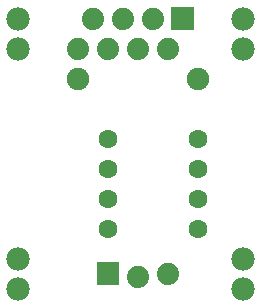
<source format=gtl>
G04 MADE WITH FRITZING*
G04 WWW.FRITZING.ORG*
G04 DOUBLE SIDED*
G04 HOLES PLATED*
G04 CONTOUR ON CENTER OF CONTOUR VECTOR*
%ASAXBY*%
%FSLAX23Y23*%
%MOIN*%
%OFA0B0*%
%SFA1.0B1.0*%
%ADD10C,0.078000*%
%ADD11C,0.074000*%
%ADD12C,0.063000*%
%ADD13C,0.075000*%
%ADD14R,0.001000X0.001000*%
%LNCOPPER1*%
G90*
G70*
G54D10*
X809Y188D03*
X809Y88D03*
X59Y188D03*
X59Y88D03*
X59Y988D03*
X59Y888D03*
X809Y988D03*
X809Y888D03*
G54D11*
X359Y138D03*
X459Y128D03*
X559Y138D03*
X359Y138D03*
X459Y128D03*
X559Y138D03*
X259Y888D03*
X309Y988D03*
X359Y888D03*
X459Y888D03*
X559Y888D03*
X409Y988D03*
X509Y988D03*
X609Y988D03*
X259Y888D03*
X309Y988D03*
X359Y888D03*
X459Y888D03*
X559Y888D03*
X409Y988D03*
X509Y988D03*
X609Y988D03*
G54D12*
X659Y288D03*
X659Y388D03*
X659Y488D03*
X659Y588D03*
X359Y588D03*
X359Y488D03*
X359Y388D03*
X359Y288D03*
X659Y288D03*
X659Y388D03*
X659Y488D03*
X659Y588D03*
X359Y588D03*
X359Y488D03*
X359Y388D03*
X359Y288D03*
G54D13*
X259Y788D03*
X659Y788D03*
G54D14*
X571Y1026D02*
X644Y1026D01*
X571Y1025D02*
X644Y1025D01*
X571Y1024D02*
X644Y1024D01*
X571Y1023D02*
X644Y1023D01*
X571Y1022D02*
X644Y1022D01*
X571Y1021D02*
X644Y1021D01*
X571Y1020D02*
X644Y1020D01*
X571Y1019D02*
X644Y1019D01*
X571Y1018D02*
X644Y1018D01*
X571Y1017D02*
X644Y1017D01*
X571Y1016D02*
X644Y1016D01*
X571Y1015D02*
X644Y1015D01*
X571Y1014D02*
X644Y1014D01*
X571Y1013D02*
X644Y1013D01*
X571Y1012D02*
X644Y1012D01*
X571Y1011D02*
X644Y1011D01*
X571Y1010D02*
X644Y1010D01*
X571Y1009D02*
X606Y1009D01*
X610Y1009D02*
X644Y1009D01*
X571Y1008D02*
X601Y1008D01*
X615Y1008D02*
X644Y1008D01*
X571Y1007D02*
X599Y1007D01*
X617Y1007D02*
X644Y1007D01*
X571Y1006D02*
X597Y1006D01*
X619Y1006D02*
X644Y1006D01*
X571Y1005D02*
X595Y1005D01*
X620Y1005D02*
X644Y1005D01*
X571Y1004D02*
X594Y1004D01*
X621Y1004D02*
X644Y1004D01*
X571Y1003D02*
X593Y1003D01*
X622Y1003D02*
X644Y1003D01*
X571Y1002D02*
X592Y1002D01*
X623Y1002D02*
X644Y1002D01*
X571Y1001D02*
X591Y1001D01*
X624Y1001D02*
X644Y1001D01*
X571Y1000D02*
X591Y1000D01*
X625Y1000D02*
X644Y1000D01*
X571Y999D02*
X590Y999D01*
X625Y999D02*
X644Y999D01*
X571Y998D02*
X590Y998D01*
X626Y998D02*
X644Y998D01*
X571Y997D02*
X589Y997D01*
X626Y997D02*
X644Y997D01*
X571Y996D02*
X589Y996D01*
X627Y996D02*
X644Y996D01*
X571Y995D02*
X589Y995D01*
X627Y995D02*
X644Y995D01*
X571Y994D02*
X588Y994D01*
X627Y994D02*
X644Y994D01*
X571Y993D02*
X588Y993D01*
X628Y993D02*
X644Y993D01*
X571Y992D02*
X588Y992D01*
X628Y992D02*
X644Y992D01*
X571Y991D02*
X588Y991D01*
X628Y991D02*
X644Y991D01*
X571Y990D02*
X588Y990D01*
X628Y990D02*
X644Y990D01*
X571Y989D02*
X588Y989D01*
X628Y989D02*
X644Y989D01*
X571Y988D02*
X588Y988D01*
X628Y988D02*
X644Y988D01*
X571Y987D02*
X588Y987D01*
X628Y987D02*
X644Y987D01*
X571Y986D02*
X588Y986D01*
X628Y986D02*
X644Y986D01*
X571Y985D02*
X588Y985D01*
X627Y985D02*
X644Y985D01*
X571Y984D02*
X588Y984D01*
X627Y984D02*
X644Y984D01*
X571Y983D02*
X589Y983D01*
X627Y983D02*
X644Y983D01*
X571Y982D02*
X589Y982D01*
X626Y982D02*
X644Y982D01*
X571Y981D02*
X590Y981D01*
X626Y981D02*
X644Y981D01*
X571Y980D02*
X590Y980D01*
X625Y980D02*
X644Y980D01*
X571Y979D02*
X591Y979D01*
X625Y979D02*
X644Y979D01*
X571Y978D02*
X591Y978D01*
X624Y978D02*
X644Y978D01*
X571Y977D02*
X592Y977D01*
X623Y977D02*
X644Y977D01*
X571Y976D02*
X593Y976D01*
X623Y976D02*
X644Y976D01*
X571Y975D02*
X594Y975D01*
X622Y975D02*
X644Y975D01*
X571Y974D02*
X595Y974D01*
X620Y974D02*
X644Y974D01*
X571Y973D02*
X597Y973D01*
X619Y973D02*
X644Y973D01*
X571Y972D02*
X598Y972D01*
X617Y972D02*
X644Y972D01*
X571Y971D02*
X601Y971D01*
X615Y971D02*
X644Y971D01*
X571Y970D02*
X605Y970D01*
X610Y970D02*
X644Y970D01*
X571Y969D02*
X644Y969D01*
X571Y968D02*
X644Y968D01*
X571Y967D02*
X644Y967D01*
X571Y966D02*
X644Y966D01*
X571Y965D02*
X644Y965D01*
X571Y964D02*
X644Y964D01*
X571Y963D02*
X644Y963D01*
X571Y962D02*
X644Y962D01*
X571Y961D02*
X644Y961D01*
X571Y960D02*
X644Y960D01*
X571Y959D02*
X644Y959D01*
X571Y958D02*
X644Y958D01*
X571Y957D02*
X644Y957D01*
X571Y956D02*
X644Y956D01*
X571Y955D02*
X644Y955D01*
X571Y954D02*
X644Y954D01*
X571Y953D02*
X644Y953D01*
X322Y176D02*
X394Y176D01*
X322Y175D02*
X394Y175D01*
X322Y174D02*
X394Y174D01*
X322Y173D02*
X394Y173D01*
X322Y172D02*
X394Y172D01*
X322Y171D02*
X394Y171D01*
X322Y170D02*
X394Y170D01*
X322Y169D02*
X394Y169D01*
X322Y168D02*
X394Y168D01*
X322Y167D02*
X394Y167D01*
X322Y166D02*
X394Y166D01*
X322Y165D02*
X394Y165D01*
X322Y164D02*
X394Y164D01*
X322Y163D02*
X394Y163D01*
X322Y162D02*
X394Y162D01*
X322Y161D02*
X394Y161D01*
X322Y160D02*
X394Y160D01*
X322Y159D02*
X352Y159D01*
X364Y159D02*
X394Y159D01*
X322Y158D02*
X349Y158D01*
X367Y158D02*
X394Y158D01*
X322Y157D02*
X347Y157D01*
X369Y157D02*
X394Y157D01*
X322Y156D02*
X346Y156D01*
X370Y156D02*
X394Y156D01*
X322Y155D02*
X345Y155D01*
X371Y155D02*
X394Y155D01*
X322Y154D02*
X343Y154D01*
X373Y154D02*
X394Y154D01*
X322Y153D02*
X343Y153D01*
X373Y153D02*
X394Y153D01*
X322Y152D02*
X342Y152D01*
X374Y152D02*
X394Y152D01*
X322Y151D02*
X341Y151D01*
X375Y151D02*
X394Y151D01*
X322Y150D02*
X340Y150D01*
X376Y150D02*
X394Y150D01*
X322Y149D02*
X340Y149D01*
X376Y149D02*
X394Y149D01*
X322Y148D02*
X339Y148D01*
X377Y148D02*
X394Y148D01*
X322Y147D02*
X339Y147D01*
X377Y147D02*
X394Y147D01*
X322Y146D02*
X339Y146D01*
X377Y146D02*
X394Y146D01*
X322Y145D02*
X338Y145D01*
X378Y145D02*
X394Y145D01*
X322Y144D02*
X338Y144D01*
X378Y144D02*
X394Y144D01*
X322Y143D02*
X338Y143D01*
X378Y143D02*
X394Y143D01*
X322Y142D02*
X338Y142D01*
X378Y142D02*
X394Y142D01*
X322Y141D02*
X338Y141D01*
X378Y141D02*
X394Y141D01*
X322Y140D02*
X338Y140D01*
X378Y140D02*
X394Y140D01*
X322Y139D02*
X338Y139D01*
X378Y139D02*
X394Y139D01*
X322Y138D02*
X338Y138D01*
X378Y138D02*
X394Y138D01*
X322Y137D02*
X338Y137D01*
X378Y137D02*
X394Y137D01*
X322Y136D02*
X338Y136D01*
X378Y136D02*
X394Y136D01*
X322Y135D02*
X338Y135D01*
X378Y135D02*
X394Y135D01*
X322Y134D02*
X338Y134D01*
X377Y134D02*
X394Y134D01*
X322Y133D02*
X339Y133D01*
X377Y133D02*
X394Y133D01*
X322Y132D02*
X339Y132D01*
X377Y132D02*
X394Y132D01*
X322Y131D02*
X340Y131D01*
X376Y131D02*
X394Y131D01*
X322Y130D02*
X340Y130D01*
X376Y130D02*
X394Y130D01*
X322Y129D02*
X341Y129D01*
X375Y129D02*
X394Y129D01*
X322Y128D02*
X342Y128D01*
X374Y128D02*
X394Y128D01*
X322Y127D02*
X342Y127D01*
X374Y127D02*
X394Y127D01*
X322Y126D02*
X343Y126D01*
X373Y126D02*
X394Y126D01*
X322Y125D02*
X344Y125D01*
X372Y125D02*
X394Y125D01*
X322Y124D02*
X346Y124D01*
X370Y124D02*
X394Y124D01*
X322Y123D02*
X347Y123D01*
X369Y123D02*
X394Y123D01*
X322Y122D02*
X349Y122D01*
X367Y122D02*
X394Y122D01*
X322Y121D02*
X351Y121D01*
X365Y121D02*
X394Y121D01*
X322Y120D02*
X357Y120D01*
X359Y120D02*
X394Y120D01*
X322Y119D02*
X394Y119D01*
X322Y118D02*
X394Y118D01*
X322Y117D02*
X394Y117D01*
X322Y116D02*
X394Y116D01*
X322Y115D02*
X394Y115D01*
X322Y114D02*
X394Y114D01*
X322Y113D02*
X394Y113D01*
X322Y112D02*
X394Y112D01*
X322Y111D02*
X394Y111D01*
X322Y110D02*
X394Y110D01*
X322Y109D02*
X394Y109D01*
X322Y108D02*
X394Y108D01*
X322Y107D02*
X394Y107D01*
X322Y106D02*
X394Y106D01*
X322Y105D02*
X394Y105D01*
X322Y104D02*
X394Y104D01*
X322Y103D02*
X394Y103D01*
D02*
G04 End of Copper1*
M02*
</source>
